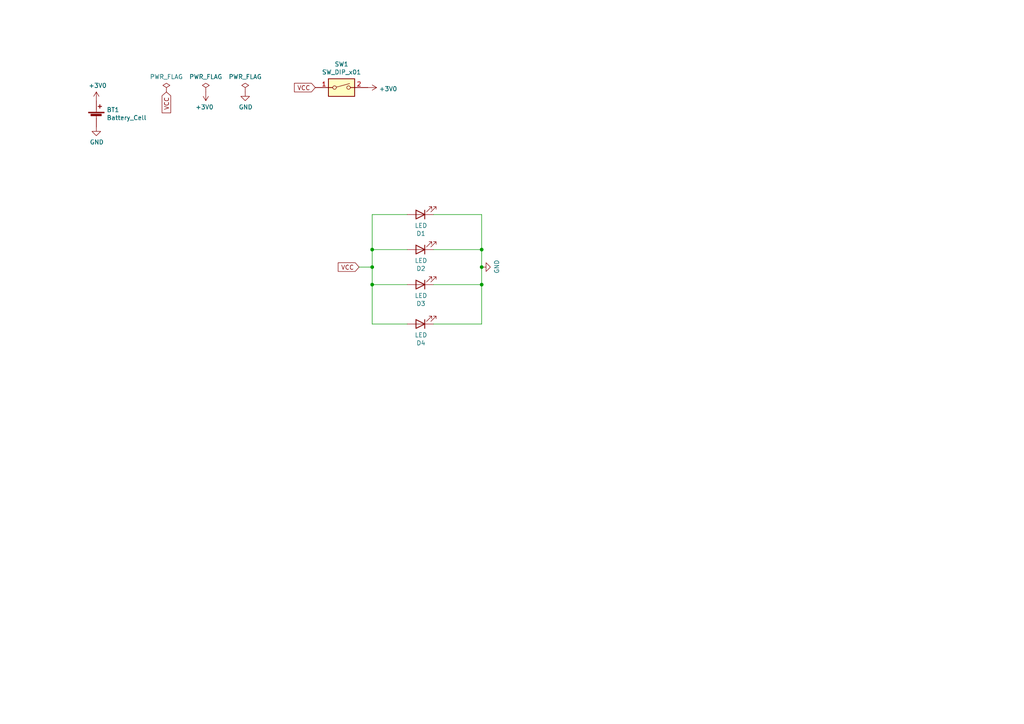
<source format=kicad_sch>
(kicad_sch (version 20230121) (generator eeschema)
  (paper "A4")
  (lib_symbols
    (symbol "Device:Battery_Cell" (pin_numbers hide) (pin_names (offset 0) hide)
      (property "Reference" "BT" (at 2.54 2.54 0))
      (property "Value" "Battery_Cell" (at 2.54 0 0))
      (symbol "Battery_Cell_0_1"
        (rectangle (start -2.286 1.778) (end 2.286 1.524) (fill (type outline)))
        (rectangle (start -1.5748 1.1938) (end 1.4732 0.6858) (fill (type outline)))
        (polyline (pts (xy 0 0.762) (xy 0 0)))
        (polyline (pts (xy 0 1.778) (xy 0 2.54)))
        (polyline (pts (xy 0.508 3.429) (xy 1.524 3.429)) (stroke (width 0.254)))
        (polyline (pts (xy 1.016 3.937) (xy 1.016 2.921)) (stroke (width 0.254)))
      )
      (symbol "Battery_Cell_1_1"
        (pin passive line (at 0 5.08 270) (length 2.54) (name "+") (number "1"))
        (pin passive line (at 0 -2.54 90) (length 2.54) (name "-") (number "2"))
      )
    )
    (symbol "Device:LED" (pin_numbers hide) (pin_names (offset 1.016) hide)
      (property "Reference" "D" (at 0 2.54 0))
      (property "Value" "LED" (at 0 -2.54 0))
      (symbol "LED_0_1"
        (polyline (pts (xy -1.27 -1.27) (xy -1.27 1.27)) (stroke (width 0.254)))
        (polyline (pts (xy -1.27 0) (xy 1.27 0)))
        (polyline (pts (xy 1.27 -1.27) (xy 1.27 1.27) (xy -1.27 0) (xy 1.27 -1.27)) (stroke (width 0.254)))
        (polyline (pts (xy -3.048 -0.762) (xy -4.572 -2.286) (xy -3.81 -2.286) (xy -4.572 -2.286) (xy -4.572 -1.524)))
        (polyline (pts (xy -1.778 -0.762) (xy -3.302 -2.286) (xy -2.54 -2.286) (xy -3.302 -2.286) (xy -3.302 -1.524)))
      )
      (symbol "LED_1_1"
        (pin passive line (at -3.81 0 0) (length 2.54) (name "K") (number "1"))
        (pin passive line (at 3.81 0 180) (length 2.54) (name "A") (number "2"))
      )
    )
    (symbol "Switch:SW_DIP_x01" (pin_names (offset 0) hide)
      (property "Reference" "SW" (at 0 3.81 0))
      (property "Value" "SW_DIP_x01" (at 0 -3.81 0))
      (symbol "SW_DIP_x01_0_0"
        (circle (center -2.032 0) (radius 0.508))
        (polyline (pts (xy -1.524 0.127) (xy 2.3622 1.1684)))
        (circle (center 2.032 0) (radius 0.508))
      )
      (symbol "SW_DIP_x01_0_1"
        (rectangle (start -3.81 2.54) (end 3.81 -2.54) (stroke (width 0.254)) (fill (type background)))
      )
      (symbol "SW_DIP_x01_1_1"
        (pin passive line (at -7.62 0 0) (length 5.08) (name "~") (number "1"))
        (pin passive line (at 7.62 0 180) (length 5.08) (name "~") (number "2"))
      )
    )
    (symbol "power:+3V0" (power) (pin_names (offset 0))
      (property "Value" "+3V0" (at 0 3.556 0))
      (symbol "+3V0_0_1"
        (polyline (pts (xy -0.762 1.27) (xy 0 2.54)))
        (polyline (pts (xy 0 0) (xy 0 2.54)))
        (polyline (pts (xy 0 2.54) (xy 0.762 1.27)))
      )
      (symbol "+3V0_1_1"
        (pin power_in line (at 0 0 90) (length 0) hide (name "+3V0") (number "1"))
      )
    )
    (symbol "power:GND" (power) (pin_names (offset 0))
      (property "Value" "GND" (at 0 -3.81 0))
      (symbol "GND_0_1"
        (polyline (pts (xy 0 0) (xy 0 -1.27) (xy 1.27 -1.27) (xy 0 -2.54) (xy -1.27 -1.27) (xy 0 -1.27)))
      )
      (symbol "GND_1_1"
        (pin power_in line (at 0 0 270) (length 0) hide (name "GND") (number "1"))
      )
    )
    (symbol "power:PWR_FLAG" (power) (pin_numbers hide) (pin_names (offset 0) hide)
      (property "Value" "PWR_FLAG" (at 0 3.81 0))
      (symbol "PWR_FLAG_0_0"
        (pin power_out line (at 0 0 90) (length 0) (name "pwr") (number "1"))
      )
      (symbol "PWR_FLAG_0_1"
        (polyline (pts (xy 0 0) (xy 0 1.27) (xy -1.016 1.905) (xy 0 2.54) (xy 1.016 1.905) (xy 0 1.27)))
      )
    )
  )
  (junction (at 107.95 72.39))
  (junction (at 107.95 82.55))
  (junction (at 139.7 82.55))
  (junction (at 139.7 77.47))
  (junction (at 139.7 72.39))
  (junction (at 107.95 77.47))
  (wire (pts (xy 107.95 77.47) (xy 104.14 77.47)))
  (wire (pts (xy 139.7 62.23) (xy 125.73 62.23)))
  (wire (pts (xy 107.95 82.55) (xy 107.95 77.47)))
  (wire (pts (xy 118.11 72.39) (xy 107.95 72.39)))
  (wire (pts (xy 139.7 72.39) (xy 139.7 77.47)))
  (wire (pts (xy 107.95 93.98) (xy 107.95 82.55)))
  (wire (pts (xy 139.7 93.98) (xy 139.7 82.55)))
  (wire (pts (xy 125.73 93.98) (xy 139.7 93.98)))
  (wire (pts (xy 107.95 72.39) (xy 107.95 77.47)))
  (wire (pts (xy 139.7 62.23) (xy 139.7 72.39)))
  (wire (pts (xy 118.11 62.23) (xy 107.95 62.23)))
  (wire (pts (xy 125.73 82.55) (xy 139.7 82.55)))
  (wire (pts (xy 139.7 82.55) (xy 139.7 77.47)))
  (wire (pts (xy 118.11 82.55) (xy 107.95 82.55)))
  (wire (pts (xy 118.11 93.98) (xy 107.95 93.98)))
  (wire (pts (xy 107.95 62.23) (xy 107.95 72.39)))
  (wire (pts (xy 125.73 72.39) (xy 139.7 72.39)))
  (global_label "VCC" (shape input) (at 104.14 77.47 180) (property "Intersheetrefs" "${INTERSHEET_REFS}" (effects hide)))
  (global_label "VCC" (shape input) (at 91.44 25.4 180) (property "Intersheetrefs" "${INTERSHEET_REFS}" (effects hide)))
  (global_label "VCC" (shape input) (at 48.26 26.67 270) (property "Intersheetrefs" "${INTERSHEET_REFS}" (effects hide)))
  (symbol (lib_id "Device:Battery_Cell") (at 27.94 34.29 0) (unit 1)
    (property "Reference" "BT1" (at 30.9372 31.8516 0) (effects (justify left)))
    (property "Value" "Battery_Cell" (at 30.9372 34.163 0) (effects (justify left)))
    (property "Footprint" "Battery:BatteryHolder_Keystone_1060_1x2032" (effects hide))
  )
  (symbol (lib_id "power:GND") (at 27.94 36.83 0) (unit 1)
    (property "Reference" "#PWR02" (effects hide))
    (property "Value" "GND" (at 28.067 41.2242 0))
  )
  (symbol (lib_id "power:+3V0") (at 27.94 29.21 0) (unit 1)
    (property "Reference" "#PWR01" (effects hide))
    (property "Value" "+3V0" (at 28.321 24.8158 0))
  )
  (symbol (lib_id "power:PWR_FLAG") (at 48.26 26.67 0) (unit 1)
    (property "Reference" "#FLG01" (effects hide))
    (property "Value" "PWR_FLAG" (at 48.26 22.2758 0))
  )
  (symbol (lib_id "power:PWR_FLAG") (at 59.69 26.67 0) (unit 1)
    (property "Reference" "#FLG02" (effects hide))
    (property "Value" "PWR_FLAG" (at 59.69 22.2758 0))
  )
  (symbol (lib_id "power:+3V0") (at 59.69 26.67 180) (unit 1)
    (property "Reference" "#PWR03" (effects hide))
    (property "Value" "+3V0" (at 59.309 31.0642 0))
  )
  (symbol (lib_id "power:PWR_FLAG") (at 71.12 26.67 0) (unit 1)
    (property "Reference" "#FLG03" (effects hide))
    (property "Value" "PWR_FLAG" (at 71.12 22.2758 0))
  )
  (symbol (lib_id "power:GND") (at 71.12 26.67 0) (unit 1)
    (property "Reference" "#PWR04" (effects hide))
    (property "Value" "GND" (at 71.247 31.0642 0))
  )
  (symbol (lib_id "Switch:SW_DIP_x01") (at 99.06 25.4 0) (unit 1)
    (property "Reference" "SW1" (at 99.06 18.6182 0))
    (property "Value" "SW_DIP_x01" (at 99.06 20.9296 0))
    (property "Footprint" "Binary_Kitchen:Push_Button" (effects hide))
  )
  (symbol (lib_id "power:+3V0") (at 106.68 25.4 270) (unit 1)
    (property "Reference" "#PWR05" (effects hide))
    (property "Value" "+3V0" (at 109.9312 25.781 90) (effects (justify left)))
  )
  (symbol (lib_id "Device:LED") (at 121.92 62.23 180) (unit 1)
    (property "Reference" "D1" (at 122.0978 67.7418 0))
    (property "Value" "LED" (at 122.0978 65.4304 0))
    (property "Footprint" "Binary_Kitchen:5mm_SMD-Pad" (effects hide))
  )
  (symbol (lib_id "Device:LED") (at 121.92 72.39 180) (unit 1)
    (property "Reference" "D2" (at 122.0978 77.9018 0))
    (property "Value" "LED" (at 122.0978 75.5904 0))
    (property "Footprint" "Binary_Kitchen:5mm_SMD-Pad" (effects hide))
  )
  (symbol (lib_id "Device:LED") (at 121.92 82.55 180) (unit 1)
    (property "Reference" "D3" (at 122.0978 88.0618 0))
    (property "Value" "LED" (at 122.0978 85.7504 0))
    (property "Footprint" "Binary_Kitchen:5mm_SMD-Pad" (effects hide))
  )
  (symbol (lib_id "Device:LED") (at 121.92 93.98 180) (unit 1)
    (property "Reference" "D4" (at 122.0978 99.4918 0))
    (property "Value" "LED" (at 122.0978 97.1804 0))
    (property "Footprint" "Binary_Kitchen:5mm_SMD-Pad" (effects hide))
  )
  (symbol (lib_id "power:GND") (at 139.7 77.47 90) (unit 1)
    (property "Reference" "#PWR06" (effects hide))
    (property "Value" "GND" (at 144.0942 77.343 0))
  )
)
</source>
